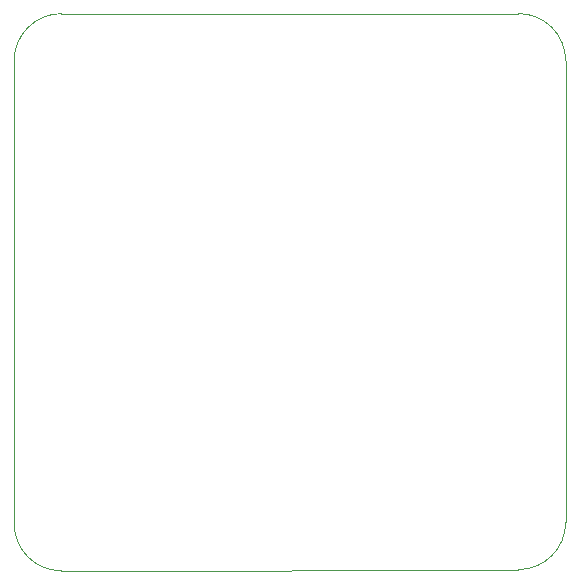
<source format=gbr>
%TF.GenerationSoftware,KiCad,Pcbnew,9.0.3*%
%TF.CreationDate,2025-09-29T14:03:59+08:00*%
%TF.ProjectId,RUSSELS LASER FINAL,52555353-454c-4532-904c-415345522046,rev?*%
%TF.SameCoordinates,Original*%
%TF.FileFunction,Profile,NP*%
%FSLAX46Y46*%
G04 Gerber Fmt 4.6, Leading zero omitted, Abs format (unit mm)*
G04 Created by KiCad (PCBNEW 9.0.3) date 2025-09-29 14:03:59*
%MOMM*%
%LPD*%
G01*
G04 APERTURE LIST*
%TA.AperFunction,Profile*%
%ADD10C,0.050000*%
%TD*%
G04 APERTURE END LIST*
D10*
X222700000Y-97700000D02*
G75*
G02*
X218700000Y-101700000I-4000000J0D01*
G01*
X176000000Y-58628427D02*
X176000000Y-97800000D01*
X180000000Y-54628429D02*
X218700000Y-54625000D01*
X218700000Y-54625000D02*
G75*
G02*
X222700000Y-58625000I0J-4000000D01*
G01*
X176000000Y-58628427D02*
G75*
G02*
X180000000Y-54628400I4000000J27D01*
G01*
X222700000Y-58625000D02*
X222700000Y-97700000D01*
X180000000Y-101800000D02*
G75*
G02*
X176000000Y-97800000I0J4000000D01*
G01*
X180000000Y-101800000D02*
X218700000Y-101700000D01*
M02*

</source>
